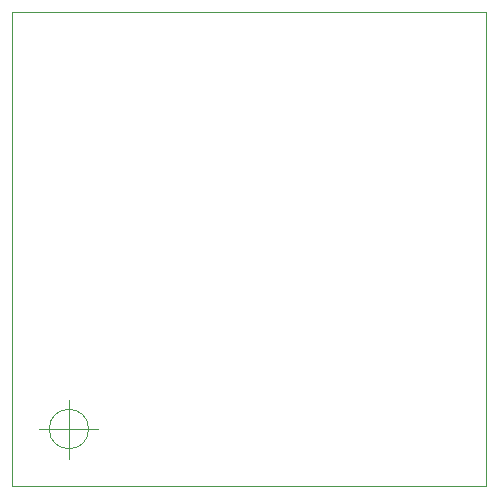
<source format=gbr>
%TF.GenerationSoftware,KiCad,Pcbnew,6.0.11+dfsg-1~bpo11+1*%
%TF.CreationDate,2023-05-25T08:15:00+00:00*%
%TF.ProjectId,GH4PIN01,47483450-494e-4303-912e-6b696361645f,rev?*%
%TF.SameCoordinates,Original*%
%TF.FileFunction,Profile,NP*%
%FSLAX46Y46*%
G04 Gerber Fmt 4.6, Leading zero omitted, Abs format (unit mm)*
G04 Created by KiCad (PCBNEW 6.0.11+dfsg-1~bpo11+1) date 2023-05-25 08:15:00*
%MOMM*%
%LPD*%
G01*
G04 APERTURE LIST*
%TA.AperFunction,Profile*%
%ADD10C,0.012700*%
%TD*%
G04 APERTURE END LIST*
D10*
X35306000Y-4826000D02*
X35306000Y35306000D01*
X-4826000Y35306000D02*
X-4826000Y-4826000D01*
X-4826000Y-4826000D02*
X35306000Y-4826000D01*
X35306000Y35306000D02*
X-4826000Y35306000D01*
X1666666Y0D02*
G75*
G03*
X1666666Y0I-1666666J0D01*
G01*
X-2500000Y0D02*
X2500000Y0D01*
X0Y2500000D02*
X0Y-2500000D01*
X1666666Y0D02*
G75*
G03*
X1666666Y0I-1666666J0D01*
G01*
X-2500000Y0D02*
X2500000Y0D01*
X0Y2500000D02*
X0Y-2500000D01*
X1666666Y0D02*
G75*
G03*
X1666666Y0I-1666666J0D01*
G01*
X-2500000Y0D02*
X2500000Y0D01*
X0Y2500000D02*
X0Y-2500000D01*
M02*

</source>
